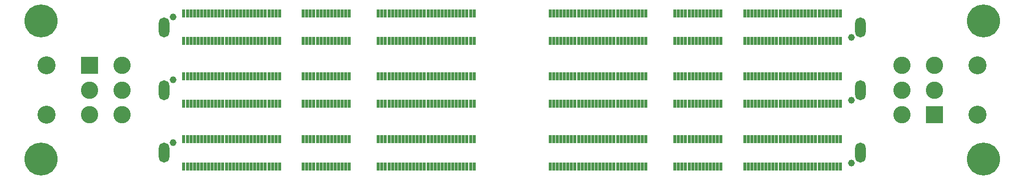
<source format=gbr>
%TF.GenerationSoftware,KiCad,Pcbnew,8.0.2*%
%TF.CreationDate,2024-05-21T15:52:10+02:00*%
%TF.ProjectId,HYDRA_VMM3_Adapter,48594452-415f-4564-9d4d-335f41646170,0*%
%TF.SameCoordinates,Original*%
%TF.FileFunction,Soldermask,Bot*%
%TF.FilePolarity,Negative*%
%FSLAX46Y46*%
G04 Gerber Fmt 4.6, Leading zero omitted, Abs format (unit mm)*
G04 Created by KiCad (PCBNEW 8.0.2) date 2024-05-21 15:52:10*
%MOMM*%
%LPD*%
G01*
G04 APERTURE LIST*
G04 Aperture macros list*
%AMRoundRect*
0 Rectangle with rounded corners*
0 $1 Rounding radius*
0 $2 $3 $4 $5 $6 $7 $8 $9 X,Y pos of 4 corners*
0 Add a 4 corners polygon primitive as box body*
4,1,4,$2,$3,$4,$5,$6,$7,$8,$9,$2,$3,0*
0 Add four circle primitives for the rounded corners*
1,1,$1+$1,$2,$3*
1,1,$1+$1,$4,$5*
1,1,$1+$1,$6,$7*
1,1,$1+$1,$8,$9*
0 Add four rect primitives between the rounded corners*
20,1,$1+$1,$2,$3,$4,$5,0*
20,1,$1+$1,$4,$5,$6,$7,0*
20,1,$1+$1,$6,$7,$8,$9,0*
20,1,$1+$1,$8,$9,$2,$3,0*%
G04 Aperture macros list end*
%ADD10C,5.600000*%
%ADD11C,1.150000*%
%ADD12RoundRect,0.102000X0.175000X0.600000X-0.175000X0.600000X-0.175000X-0.600000X0.175000X-0.600000X0*%
%ADD13O,1.804000X3.404000*%
%ADD14RoundRect,0.102000X-0.175000X-0.600000X0.175000X-0.600000X0.175000X0.600000X-0.175000X0.600000X0*%
%ADD15C,3.050000*%
%ADD16RoundRect,0.076200X1.387500X-1.387500X1.387500X1.387500X-1.387500X1.387500X-1.387500X-1.387500X0*%
%ADD17C,2.927400*%
%ADD18RoundRect,0.076200X-1.387500X1.387500X-1.387500X-1.387500X1.387500X-1.387500X1.387500X1.387500X0*%
G04 APERTURE END LIST*
D10*
%TO.C,J10*%
X26925000Y-54520000D03*
%TD*%
%TO.C,J7*%
X26925000Y-78020000D03*
%TD*%
%TO.C,J8*%
X186425000Y-78020000D03*
%TD*%
%TO.C,J9*%
X186425000Y-54520000D03*
%TD*%
D11*
%TO.C,J1*%
X164060000Y-57360000D03*
D12*
X162240000Y-53310000D03*
X161640000Y-53310000D03*
X161040000Y-53310000D03*
X160440000Y-53310000D03*
X159840000Y-53310000D03*
X159240000Y-53310000D03*
X158640000Y-53310000D03*
X158040000Y-53310000D03*
X157440000Y-53310000D03*
X156840000Y-53310000D03*
X156240000Y-53310000D03*
X155640000Y-53310000D03*
X155040000Y-53310000D03*
X154440000Y-53310000D03*
X153840000Y-53310000D03*
X153240000Y-53310000D03*
X152640000Y-53310000D03*
X152040000Y-53310000D03*
X151440000Y-53310000D03*
X150840000Y-53310000D03*
X150240000Y-53310000D03*
X149640000Y-53310000D03*
X149040000Y-53310000D03*
X148440000Y-53310000D03*
X147840000Y-53310000D03*
X147240000Y-53310000D03*
X146640000Y-53310000D03*
X146040000Y-53310000D03*
X142030000Y-53310000D03*
X141430000Y-53310000D03*
X140830000Y-53310000D03*
X140230000Y-53310000D03*
X139630000Y-53310000D03*
X139030000Y-53310000D03*
X138430000Y-53310000D03*
X137830000Y-53310000D03*
X137230000Y-53310000D03*
X136630000Y-53310000D03*
X136030000Y-53310000D03*
X135430000Y-53310000D03*
X134830000Y-53310000D03*
X134230000Y-53310000D03*
X129320000Y-53310000D03*
X128720000Y-53310000D03*
X128120000Y-53310000D03*
X127520000Y-53310000D03*
X126920000Y-53310000D03*
X126320000Y-53310000D03*
X125720000Y-53310000D03*
X125120000Y-53310000D03*
X124520000Y-53310000D03*
X123920000Y-53310000D03*
X123320000Y-53310000D03*
X122720000Y-53310000D03*
X122120000Y-53310000D03*
X121520000Y-53310000D03*
X120920000Y-53310000D03*
X120320000Y-53310000D03*
X119720000Y-53310000D03*
X119120000Y-53310000D03*
X118520000Y-53310000D03*
X117920000Y-53310000D03*
X117320000Y-53310000D03*
X116720000Y-53310000D03*
X116120000Y-53310000D03*
X115520000Y-53310000D03*
X114920000Y-53310000D03*
X114320000Y-53310000D03*
X113720000Y-53310000D03*
X113120000Y-53310000D03*
X162240000Y-57910000D03*
X161640000Y-57910000D03*
X161040000Y-57910000D03*
X160440000Y-57910000D03*
X159840000Y-57910000D03*
X159240000Y-57910000D03*
X158640000Y-57910000D03*
X158040000Y-57910000D03*
X157440000Y-57910000D03*
X156840000Y-57910000D03*
X156240000Y-57910000D03*
X155640000Y-57910000D03*
X155040000Y-57910000D03*
X154440000Y-57910000D03*
X153840000Y-57910000D03*
X153240000Y-57910000D03*
X152640000Y-57910000D03*
X152040000Y-57910000D03*
X151440000Y-57910000D03*
X150840000Y-57910000D03*
X150240000Y-57910000D03*
X149640000Y-57910000D03*
X149040000Y-57910000D03*
X148440000Y-57910000D03*
X147840000Y-57910000D03*
X147240000Y-57910000D03*
X146640000Y-57910000D03*
X146040000Y-57910000D03*
X142030000Y-57910000D03*
X141430000Y-57910000D03*
X140830000Y-57910000D03*
X140230000Y-57910000D03*
X139630000Y-57910000D03*
X139030000Y-57910000D03*
X138430000Y-57910000D03*
X137830000Y-57910000D03*
X137230000Y-57910000D03*
X136630000Y-57910000D03*
X136030000Y-57910000D03*
X135430000Y-57910000D03*
X134830000Y-57910000D03*
X134230000Y-57910000D03*
X129320000Y-57910000D03*
X128720000Y-57910000D03*
X128120000Y-57910000D03*
X127520000Y-57910000D03*
X126920000Y-57910000D03*
X126320000Y-57910000D03*
X125720000Y-57910000D03*
X125120000Y-57910000D03*
X124520000Y-57910000D03*
X123920000Y-57910000D03*
X123320000Y-57910000D03*
X122720000Y-57910000D03*
X122120000Y-57910000D03*
X121520000Y-57910000D03*
X120920000Y-57910000D03*
X120320000Y-57910000D03*
X119720000Y-57910000D03*
X119120000Y-57910000D03*
X118520000Y-57910000D03*
X117920000Y-57910000D03*
X117320000Y-57910000D03*
X116720000Y-57910000D03*
X116120000Y-57910000D03*
X115520000Y-57910000D03*
X114920000Y-57910000D03*
X114320000Y-57910000D03*
X113720000Y-57910000D03*
X113120000Y-57910000D03*
D13*
X165610000Y-55610000D03*
%TD*%
D11*
%TO.C,J6*%
X49290000Y-75180000D03*
D14*
X51110000Y-79230000D03*
X51710000Y-79230000D03*
X52310000Y-79230000D03*
X52910000Y-79230000D03*
X53510000Y-79230000D03*
X54110000Y-79230000D03*
X54710000Y-79230000D03*
X55310000Y-79230000D03*
X55910000Y-79230000D03*
X56510000Y-79230000D03*
X57110000Y-79230000D03*
X57710000Y-79230000D03*
X58310000Y-79230000D03*
X58910000Y-79230000D03*
X59510000Y-79230000D03*
X60110000Y-79230000D03*
X60710000Y-79230000D03*
X61310000Y-79230000D03*
X61910000Y-79230000D03*
X62510000Y-79230000D03*
X63110000Y-79230000D03*
X63710000Y-79230000D03*
X64310000Y-79230000D03*
X64910000Y-79230000D03*
X65510000Y-79230000D03*
X66110000Y-79230000D03*
X66710000Y-79230000D03*
X67310000Y-79230000D03*
X71320000Y-79230000D03*
X71920000Y-79230000D03*
X72520000Y-79230000D03*
X73120000Y-79230000D03*
X73720000Y-79230000D03*
X74320000Y-79230000D03*
X74920000Y-79230000D03*
X75520000Y-79230000D03*
X76120000Y-79230000D03*
X76720000Y-79230000D03*
X77320000Y-79230000D03*
X77920000Y-79230000D03*
X78520000Y-79230000D03*
X79120000Y-79230000D03*
X84030000Y-79230000D03*
X84630000Y-79230000D03*
X85230000Y-79230000D03*
X85830000Y-79230000D03*
X86430000Y-79230000D03*
X87030000Y-79230000D03*
X87630000Y-79230000D03*
X88230000Y-79230000D03*
X88830000Y-79230000D03*
X89430000Y-79230000D03*
X90030000Y-79230000D03*
X90630000Y-79230000D03*
X91230000Y-79230000D03*
X91830000Y-79230000D03*
X92430000Y-79230000D03*
X93030000Y-79230000D03*
X93630000Y-79230000D03*
X94230000Y-79230000D03*
X94830000Y-79230000D03*
X95430000Y-79230000D03*
X96030000Y-79230000D03*
X96630000Y-79230000D03*
X97230000Y-79230000D03*
X97830000Y-79230000D03*
X98430000Y-79230000D03*
X99030000Y-79230000D03*
X99630000Y-79230000D03*
X100230000Y-79230000D03*
X51110000Y-74630000D03*
X51710000Y-74630000D03*
X52310000Y-74630000D03*
X52910000Y-74630000D03*
X53510000Y-74630000D03*
X54110000Y-74630000D03*
X54710000Y-74630000D03*
X55310000Y-74630000D03*
X55910000Y-74630000D03*
X56510000Y-74630000D03*
X57110000Y-74630000D03*
X57710000Y-74630000D03*
X58310000Y-74630000D03*
X58910000Y-74630000D03*
X59510000Y-74630000D03*
X60110000Y-74630000D03*
X60710000Y-74630000D03*
X61310000Y-74630000D03*
X61910000Y-74630000D03*
X62510000Y-74630000D03*
X63110000Y-74630000D03*
X63710000Y-74630000D03*
X64310000Y-74630000D03*
X64910000Y-74630000D03*
X65510000Y-74630000D03*
X66110000Y-74630000D03*
X66710000Y-74630000D03*
X67310000Y-74630000D03*
X71320000Y-74630000D03*
X71920000Y-74630000D03*
X72520000Y-74630000D03*
X73120000Y-74630000D03*
X73720000Y-74630000D03*
X74320000Y-74630000D03*
X74920000Y-74630000D03*
X75520000Y-74630000D03*
X76120000Y-74630000D03*
X76720000Y-74630000D03*
X77320000Y-74630000D03*
X77920000Y-74630000D03*
X78520000Y-74630000D03*
X79120000Y-74630000D03*
X84030000Y-74630000D03*
X84630000Y-74630000D03*
X85230000Y-74630000D03*
X85830000Y-74630000D03*
X86430000Y-74630000D03*
X87030000Y-74630000D03*
X87630000Y-74630000D03*
X88230000Y-74630000D03*
X88830000Y-74630000D03*
X89430000Y-74630000D03*
X90030000Y-74630000D03*
X90630000Y-74630000D03*
X91230000Y-74630000D03*
X91830000Y-74630000D03*
X92430000Y-74630000D03*
X93030000Y-74630000D03*
X93630000Y-74630000D03*
X94230000Y-74630000D03*
X94830000Y-74630000D03*
X95430000Y-74630000D03*
X96030000Y-74630000D03*
X96630000Y-74630000D03*
X97230000Y-74630000D03*
X97830000Y-74630000D03*
X98430000Y-74630000D03*
X99030000Y-74630000D03*
X99630000Y-74630000D03*
X100230000Y-74630000D03*
D13*
X47740000Y-76930000D03*
%TD*%
D15*
%TO.C,Input_A1*%
X27875000Y-70470000D03*
X27875000Y-62070000D03*
D16*
X35175000Y-62070000D03*
D17*
X35175000Y-66270000D03*
X35175000Y-70470000D03*
X40675000Y-62070000D03*
X40675000Y-66270000D03*
X40675000Y-70470000D03*
%TD*%
D15*
%TO.C,Input_B1*%
X185475000Y-62070000D03*
X185475000Y-70470000D03*
D18*
X178175000Y-70470000D03*
D17*
X178175000Y-66270000D03*
X178175000Y-62070000D03*
X172675000Y-70470000D03*
X172675000Y-66270000D03*
X172675000Y-62070000D03*
%TD*%
D11*
%TO.C,J2*%
X164060000Y-68020000D03*
D12*
X162240000Y-63970000D03*
X161640000Y-63970000D03*
X161040000Y-63970000D03*
X160440000Y-63970000D03*
X159840000Y-63970000D03*
X159240000Y-63970000D03*
X158640000Y-63970000D03*
X158040000Y-63970000D03*
X157440000Y-63970000D03*
X156840000Y-63970000D03*
X156240000Y-63970000D03*
X155640000Y-63970000D03*
X155040000Y-63970000D03*
X154440000Y-63970000D03*
X153840000Y-63970000D03*
X153240000Y-63970000D03*
X152640000Y-63970000D03*
X152040000Y-63970000D03*
X151440000Y-63970000D03*
X150840000Y-63970000D03*
X150240000Y-63970000D03*
X149640000Y-63970000D03*
X149040000Y-63970000D03*
X148440000Y-63970000D03*
X147840000Y-63970000D03*
X147240000Y-63970000D03*
X146640000Y-63970000D03*
X146040000Y-63970000D03*
X142030000Y-63970000D03*
X141430000Y-63970000D03*
X140830000Y-63970000D03*
X140230000Y-63970000D03*
X139630000Y-63970000D03*
X139030000Y-63970000D03*
X138430000Y-63970000D03*
X137830000Y-63970000D03*
X137230000Y-63970000D03*
X136630000Y-63970000D03*
X136030000Y-63970000D03*
X135430000Y-63970000D03*
X134830000Y-63970000D03*
X134230000Y-63970000D03*
X129320000Y-63970000D03*
X128720000Y-63970000D03*
X128120000Y-63970000D03*
X127520000Y-63970000D03*
X126920000Y-63970000D03*
X126320000Y-63970000D03*
X125720000Y-63970000D03*
X125120000Y-63970000D03*
X124520000Y-63970000D03*
X123920000Y-63970000D03*
X123320000Y-63970000D03*
X122720000Y-63970000D03*
X122120000Y-63970000D03*
X121520000Y-63970000D03*
X120920000Y-63970000D03*
X120320000Y-63970000D03*
X119720000Y-63970000D03*
X119120000Y-63970000D03*
X118520000Y-63970000D03*
X117920000Y-63970000D03*
X117320000Y-63970000D03*
X116720000Y-63970000D03*
X116120000Y-63970000D03*
X115520000Y-63970000D03*
X114920000Y-63970000D03*
X114320000Y-63970000D03*
X113720000Y-63970000D03*
X113120000Y-63970000D03*
X162240000Y-68570000D03*
X161640000Y-68570000D03*
X161040000Y-68570000D03*
X160440000Y-68570000D03*
X159840000Y-68570000D03*
X159240000Y-68570000D03*
X158640000Y-68570000D03*
X158040000Y-68570000D03*
X157440000Y-68570000D03*
X156840000Y-68570000D03*
X156240000Y-68570000D03*
X155640000Y-68570000D03*
X155040000Y-68570000D03*
X154440000Y-68570000D03*
X153840000Y-68570000D03*
X153240000Y-68570000D03*
X152640000Y-68570000D03*
X152040000Y-68570000D03*
X151440000Y-68570000D03*
X150840000Y-68570000D03*
X150240000Y-68570000D03*
X149640000Y-68570000D03*
X149040000Y-68570000D03*
X148440000Y-68570000D03*
X147840000Y-68570000D03*
X147240000Y-68570000D03*
X146640000Y-68570000D03*
X146040000Y-68570000D03*
X142030000Y-68570000D03*
X141430000Y-68570000D03*
X140830000Y-68570000D03*
X140230000Y-68570000D03*
X139630000Y-68570000D03*
X139030000Y-68570000D03*
X138430000Y-68570000D03*
X137830000Y-68570000D03*
X137230000Y-68570000D03*
X136630000Y-68570000D03*
X136030000Y-68570000D03*
X135430000Y-68570000D03*
X134830000Y-68570000D03*
X134230000Y-68570000D03*
X129320000Y-68570000D03*
X128720000Y-68570000D03*
X128120000Y-68570000D03*
X127520000Y-68570000D03*
X126920000Y-68570000D03*
X126320000Y-68570000D03*
X125720000Y-68570000D03*
X125120000Y-68570000D03*
X124520000Y-68570000D03*
X123920000Y-68570000D03*
X123320000Y-68570000D03*
X122720000Y-68570000D03*
X122120000Y-68570000D03*
X121520000Y-68570000D03*
X120920000Y-68570000D03*
X120320000Y-68570000D03*
X119720000Y-68570000D03*
X119120000Y-68570000D03*
X118520000Y-68570000D03*
X117920000Y-68570000D03*
X117320000Y-68570000D03*
X116720000Y-68570000D03*
X116120000Y-68570000D03*
X115520000Y-68570000D03*
X114920000Y-68570000D03*
X114320000Y-68570000D03*
X113720000Y-68570000D03*
X113120000Y-68570000D03*
D13*
X165610000Y-66270000D03*
%TD*%
D11*
%TO.C,J4*%
X49290000Y-53860000D03*
D14*
X51110000Y-57910000D03*
X51710000Y-57910000D03*
X52310000Y-57910000D03*
X52910000Y-57910000D03*
X53510000Y-57910000D03*
X54110000Y-57910000D03*
X54710000Y-57910000D03*
X55310000Y-57910000D03*
X55910000Y-57910000D03*
X56510000Y-57910000D03*
X57110000Y-57910000D03*
X57710000Y-57910000D03*
X58310000Y-57910000D03*
X58910000Y-57910000D03*
X59510000Y-57910000D03*
X60110000Y-57910000D03*
X60710000Y-57910000D03*
X61310000Y-57910000D03*
X61910000Y-57910000D03*
X62510000Y-57910000D03*
X63110000Y-57910000D03*
X63710000Y-57910000D03*
X64310000Y-57910000D03*
X64910000Y-57910000D03*
X65510000Y-57910000D03*
X66110000Y-57910000D03*
X66710000Y-57910000D03*
X67310000Y-57910000D03*
X71320000Y-57910000D03*
X71920000Y-57910000D03*
X72520000Y-57910000D03*
X73120000Y-57910000D03*
X73720000Y-57910000D03*
X74320000Y-57910000D03*
X74920000Y-57910000D03*
X75520000Y-57910000D03*
X76120000Y-57910000D03*
X76720000Y-57910000D03*
X77320000Y-57910000D03*
X77920000Y-57910000D03*
X78520000Y-57910000D03*
X79120000Y-57910000D03*
X84030000Y-57910000D03*
X84630000Y-57910000D03*
X85230000Y-57910000D03*
X85830000Y-57910000D03*
X86430000Y-57910000D03*
X87030000Y-57910000D03*
X87630000Y-57910000D03*
X88230000Y-57910000D03*
X88830000Y-57910000D03*
X89430000Y-57910000D03*
X90030000Y-57910000D03*
X90630000Y-57910000D03*
X91230000Y-57910000D03*
X91830000Y-57910000D03*
X92430000Y-57910000D03*
X93030000Y-57910000D03*
X93630000Y-57910000D03*
X94230000Y-57910000D03*
X94830000Y-57910000D03*
X95430000Y-57910000D03*
X96030000Y-57910000D03*
X96630000Y-57910000D03*
X97230000Y-57910000D03*
X97830000Y-57910000D03*
X98430000Y-57910000D03*
X99030000Y-57910000D03*
X99630000Y-57910000D03*
X100230000Y-57910000D03*
X51110000Y-53310000D03*
X51710000Y-53310000D03*
X52310000Y-53310000D03*
X52910000Y-53310000D03*
X53510000Y-53310000D03*
X54110000Y-53310000D03*
X54710000Y-53310000D03*
X55310000Y-53310000D03*
X55910000Y-53310000D03*
X56510000Y-53310000D03*
X57110000Y-53310000D03*
X57710000Y-53310000D03*
X58310000Y-53310000D03*
X58910000Y-53310000D03*
X59510000Y-53310000D03*
X60110000Y-53310000D03*
X60710000Y-53310000D03*
X61310000Y-53310000D03*
X61910000Y-53310000D03*
X62510000Y-53310000D03*
X63110000Y-53310000D03*
X63710000Y-53310000D03*
X64310000Y-53310000D03*
X64910000Y-53310000D03*
X65510000Y-53310000D03*
X66110000Y-53310000D03*
X66710000Y-53310000D03*
X67310000Y-53310000D03*
X71320000Y-53310000D03*
X71920000Y-53310000D03*
X72520000Y-53310000D03*
X73120000Y-53310000D03*
X73720000Y-53310000D03*
X74320000Y-53310000D03*
X74920000Y-53310000D03*
X75520000Y-53310000D03*
X76120000Y-53310000D03*
X76720000Y-53310000D03*
X77320000Y-53310000D03*
X77920000Y-53310000D03*
X78520000Y-53310000D03*
X79120000Y-53310000D03*
X84030000Y-53310000D03*
X84630000Y-53310000D03*
X85230000Y-53310000D03*
X85830000Y-53310000D03*
X86430000Y-53310000D03*
X87030000Y-53310000D03*
X87630000Y-53310000D03*
X88230000Y-53310000D03*
X88830000Y-53310000D03*
X89430000Y-53310000D03*
X90030000Y-53310000D03*
X90630000Y-53310000D03*
X91230000Y-53310000D03*
X91830000Y-53310000D03*
X92430000Y-53310000D03*
X93030000Y-53310000D03*
X93630000Y-53310000D03*
X94230000Y-53310000D03*
X94830000Y-53310000D03*
X95430000Y-53310000D03*
X96030000Y-53310000D03*
X96630000Y-53310000D03*
X97230000Y-53310000D03*
X97830000Y-53310000D03*
X98430000Y-53310000D03*
X99030000Y-53310000D03*
X99630000Y-53310000D03*
X100230000Y-53310000D03*
D13*
X47740000Y-55610000D03*
%TD*%
D11*
%TO.C,J3*%
X164060000Y-78680000D03*
D12*
X162240000Y-74630000D03*
X161640000Y-74630000D03*
X161040000Y-74630000D03*
X160440000Y-74630000D03*
X159840000Y-74630000D03*
X159240000Y-74630000D03*
X158640000Y-74630000D03*
X158040000Y-74630000D03*
X157440000Y-74630000D03*
X156840000Y-74630000D03*
X156240000Y-74630000D03*
X155640000Y-74630000D03*
X155040000Y-74630000D03*
X154440000Y-74630000D03*
X153840000Y-74630000D03*
X153240000Y-74630000D03*
X152640000Y-74630000D03*
X152040000Y-74630000D03*
X151440000Y-74630000D03*
X150840000Y-74630000D03*
X150240000Y-74630000D03*
X149640000Y-74630000D03*
X149040000Y-74630000D03*
X148440000Y-74630000D03*
X147840000Y-74630000D03*
X147240000Y-74630000D03*
X146640000Y-74630000D03*
X146040000Y-74630000D03*
X142030000Y-74630000D03*
X141430000Y-74630000D03*
X140830000Y-74630000D03*
X140230000Y-74630000D03*
X139630000Y-74630000D03*
X139030000Y-74630000D03*
X138430000Y-74630000D03*
X137830000Y-74630000D03*
X137230000Y-74630000D03*
X136630000Y-74630000D03*
X136030000Y-74630000D03*
X135430000Y-74630000D03*
X134830000Y-74630000D03*
X134230000Y-74630000D03*
X129320000Y-74630000D03*
X128720000Y-74630000D03*
X128120000Y-74630000D03*
X127520000Y-74630000D03*
X126920000Y-74630000D03*
X126320000Y-74630000D03*
X125720000Y-74630000D03*
X125120000Y-74630000D03*
X124520000Y-74630000D03*
X123920000Y-74630000D03*
X123320000Y-74630000D03*
X122720000Y-74630000D03*
X122120000Y-74630000D03*
X121520000Y-74630000D03*
X120920000Y-74630000D03*
X120320000Y-74630000D03*
X119720000Y-74630000D03*
X119120000Y-74630000D03*
X118520000Y-74630000D03*
X117920000Y-74630000D03*
X117320000Y-74630000D03*
X116720000Y-74630000D03*
X116120000Y-74630000D03*
X115520000Y-74630000D03*
X114920000Y-74630000D03*
X114320000Y-74630000D03*
X113720000Y-74630000D03*
X113120000Y-74630000D03*
X162240000Y-79230000D03*
X161640000Y-79230000D03*
X161040000Y-79230000D03*
X160440000Y-79230000D03*
X159840000Y-79230000D03*
X159240000Y-79230000D03*
X158640000Y-79230000D03*
X158040000Y-79230000D03*
X157440000Y-79230000D03*
X156840000Y-79230000D03*
X156240000Y-79230000D03*
X155640000Y-79230000D03*
X155040000Y-79230000D03*
X154440000Y-79230000D03*
X153840000Y-79230000D03*
X153240000Y-79230000D03*
X152640000Y-79230000D03*
X152040000Y-79230000D03*
X151440000Y-79230000D03*
X150840000Y-79230000D03*
X150240000Y-79230000D03*
X149640000Y-79230000D03*
X149040000Y-79230000D03*
X148440000Y-79230000D03*
X147840000Y-79230000D03*
X147240000Y-79230000D03*
X146640000Y-79230000D03*
X146040000Y-79230000D03*
X142030000Y-79230000D03*
X141430000Y-79230000D03*
X140830000Y-79230000D03*
X140230000Y-79230000D03*
X139630000Y-79230000D03*
X139030000Y-79230000D03*
X138430000Y-79230000D03*
X137830000Y-79230000D03*
X137230000Y-79230000D03*
X136630000Y-79230000D03*
X136030000Y-79230000D03*
X135430000Y-79230000D03*
X134830000Y-79230000D03*
X134230000Y-79230000D03*
X129320000Y-79230000D03*
X128720000Y-79230000D03*
X128120000Y-79230000D03*
X127520000Y-79230000D03*
X126920000Y-79230000D03*
X126320000Y-79230000D03*
X125720000Y-79230000D03*
X125120000Y-79230000D03*
X124520000Y-79230000D03*
X123920000Y-79230000D03*
X123320000Y-79230000D03*
X122720000Y-79230000D03*
X122120000Y-79230000D03*
X121520000Y-79230000D03*
X120920000Y-79230000D03*
X120320000Y-79230000D03*
X119720000Y-79230000D03*
X119120000Y-79230000D03*
X118520000Y-79230000D03*
X117920000Y-79230000D03*
X117320000Y-79230000D03*
X116720000Y-79230000D03*
X116120000Y-79230000D03*
X115520000Y-79230000D03*
X114920000Y-79230000D03*
X114320000Y-79230000D03*
X113720000Y-79230000D03*
X113120000Y-79230000D03*
D13*
X165610000Y-76930000D03*
%TD*%
D11*
%TO.C,J5*%
X49290000Y-64520000D03*
D14*
X51110000Y-68570000D03*
X51710000Y-68570000D03*
X52310000Y-68570000D03*
X52910000Y-68570000D03*
X53510000Y-68570000D03*
X54110000Y-68570000D03*
X54710000Y-68570000D03*
X55310000Y-68570000D03*
X55910000Y-68570000D03*
X56510000Y-68570000D03*
X57110000Y-68570000D03*
X57710000Y-68570000D03*
X58310000Y-68570000D03*
X58910000Y-68570000D03*
X59510000Y-68570000D03*
X60110000Y-68570000D03*
X60710000Y-68570000D03*
X61310000Y-68570000D03*
X61910000Y-68570000D03*
X62510000Y-68570000D03*
X63110000Y-68570000D03*
X63710000Y-68570000D03*
X64310000Y-68570000D03*
X64910000Y-68570000D03*
X65510000Y-68570000D03*
X66110000Y-68570000D03*
X66710000Y-68570000D03*
X67310000Y-68570000D03*
X71320000Y-68570000D03*
X71920000Y-68570000D03*
X72520000Y-68570000D03*
X73120000Y-68570000D03*
X73720000Y-68570000D03*
X74320000Y-68570000D03*
X74920000Y-68570000D03*
X75520000Y-68570000D03*
X76120000Y-68570000D03*
X76720000Y-68570000D03*
X77320000Y-68570000D03*
X77920000Y-68570000D03*
X78520000Y-68570000D03*
X79120000Y-68570000D03*
X84030000Y-68570000D03*
X84630000Y-68570000D03*
X85230000Y-68570000D03*
X85830000Y-68570000D03*
X86430000Y-68570000D03*
X87030000Y-68570000D03*
X87630000Y-68570000D03*
X88230000Y-68570000D03*
X88830000Y-68570000D03*
X89430000Y-68570000D03*
X90030000Y-68570000D03*
X90630000Y-68570000D03*
X91230000Y-68570000D03*
X91830000Y-68570000D03*
X92430000Y-68570000D03*
X93030000Y-68570000D03*
X93630000Y-68570000D03*
X94230000Y-68570000D03*
X94830000Y-68570000D03*
X95430000Y-68570000D03*
X96030000Y-68570000D03*
X96630000Y-68570000D03*
X97230000Y-68570000D03*
X97830000Y-68570000D03*
X98430000Y-68570000D03*
X99030000Y-68570000D03*
X99630000Y-68570000D03*
X100230000Y-68570000D03*
X51110000Y-63970000D03*
X51710000Y-63970000D03*
X52310000Y-63970000D03*
X52910000Y-63970000D03*
X53510000Y-63970000D03*
X54110000Y-63970000D03*
X54710000Y-63970000D03*
X55310000Y-63970000D03*
X55910000Y-63970000D03*
X56510000Y-63970000D03*
X57110000Y-63970000D03*
X57710000Y-63970000D03*
X58310000Y-63970000D03*
X58910000Y-63970000D03*
X59510000Y-63970000D03*
X60110000Y-63970000D03*
X60710000Y-63970000D03*
X61310000Y-63970000D03*
X61910000Y-63970000D03*
X62510000Y-63970000D03*
X63110000Y-63970000D03*
X63710000Y-63970000D03*
X64310000Y-63970000D03*
X64910000Y-63970000D03*
X65510000Y-63970000D03*
X66110000Y-63970000D03*
X66710000Y-63970000D03*
X67310000Y-63970000D03*
X71320000Y-63970000D03*
X71920000Y-63970000D03*
X72520000Y-63970000D03*
X73120000Y-63970000D03*
X73720000Y-63970000D03*
X74320000Y-63970000D03*
X74920000Y-63970000D03*
X75520000Y-63970000D03*
X76120000Y-63970000D03*
X76720000Y-63970000D03*
X77320000Y-63970000D03*
X77920000Y-63970000D03*
X78520000Y-63970000D03*
X79120000Y-63970000D03*
X84030000Y-63970000D03*
X84630000Y-63970000D03*
X85230000Y-63970000D03*
X85830000Y-63970000D03*
X86430000Y-63970000D03*
X87030000Y-63970000D03*
X87630000Y-63970000D03*
X88230000Y-63970000D03*
X88830000Y-63970000D03*
X89430000Y-63970000D03*
X90030000Y-63970000D03*
X90630000Y-63970000D03*
X91230000Y-63970000D03*
X91830000Y-63970000D03*
X92430000Y-63970000D03*
X93030000Y-63970000D03*
X93630000Y-63970000D03*
X94230000Y-63970000D03*
X94830000Y-63970000D03*
X95430000Y-63970000D03*
X96030000Y-63970000D03*
X96630000Y-63970000D03*
X97230000Y-63970000D03*
X97830000Y-63970000D03*
X98430000Y-63970000D03*
X99030000Y-63970000D03*
X99630000Y-63970000D03*
X100230000Y-63970000D03*
D13*
X47740000Y-66270000D03*
%TD*%
M02*

</source>
